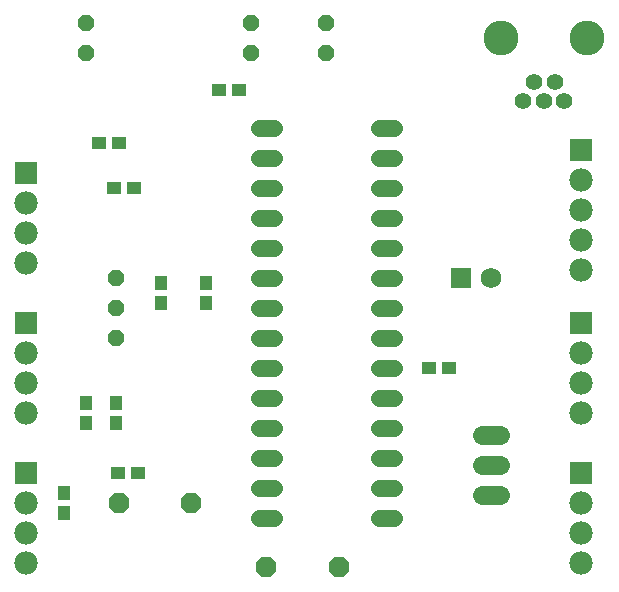
<source format=gts>
G75*
%MOIN*%
%OFA0B0*%
%FSLAX24Y24*%
%IPPOS*%
%LPD*%
%AMOC8*
5,1,8,0,0,1.08239X$1,22.5*
%
%ADD10R,0.0780X0.0780*%
%ADD11C,0.0780*%
%ADD12C,0.0560*%
%ADD13C,0.0555*%
%ADD14C,0.1162*%
%ADD15C,0.0640*%
%ADD16OC8,0.0560*%
%ADD17OC8,0.0560*%
%ADD18OC8,0.0690*%
%ADD19R,0.0473X0.0434*%
%ADD20R,0.0434X0.0473*%
%ADD21R,0.0690X0.0690*%
%ADD22C,0.0690*%
D10*
X000650Y004150D03*
X000650Y009150D03*
X000650Y014150D03*
X019150Y014900D03*
X019150Y009150D03*
X019150Y004150D03*
D11*
X000650Y001150D03*
X000650Y002150D03*
X000650Y003150D03*
X000650Y006150D03*
X000650Y007150D03*
X000650Y008150D03*
X000650Y011150D03*
X000650Y012150D03*
X000650Y013150D03*
X019150Y012900D03*
X019150Y011900D03*
X019150Y010900D03*
X019150Y008150D03*
X019150Y007150D03*
X019150Y006150D03*
X019150Y003150D03*
X019150Y002150D03*
X019150Y001150D03*
X019150Y013900D03*
D12*
X012910Y013650D02*
X012390Y013650D01*
X012390Y012650D02*
X012910Y012650D01*
X012910Y011650D02*
X012390Y011650D01*
X012390Y010650D02*
X012910Y010650D01*
X012910Y009650D02*
X012390Y009650D01*
X012390Y008650D02*
X012910Y008650D01*
X012910Y007650D02*
X012390Y007650D01*
X012390Y006650D02*
X012910Y006650D01*
X012910Y005650D02*
X012390Y005650D01*
X012390Y004650D02*
X012910Y004650D01*
X012910Y003650D02*
X012390Y003650D01*
X012390Y002650D02*
X012910Y002650D01*
X008910Y002650D02*
X008390Y002650D01*
X008390Y003650D02*
X008910Y003650D01*
X008910Y004650D02*
X008390Y004650D01*
X008390Y005650D02*
X008910Y005650D01*
X008910Y006650D02*
X008390Y006650D01*
X008390Y007650D02*
X008910Y007650D01*
X008910Y008650D02*
X008390Y008650D01*
X008390Y009650D02*
X008910Y009650D01*
X008910Y010650D02*
X008390Y010650D01*
X008390Y011650D02*
X008910Y011650D01*
X008910Y012650D02*
X008390Y012650D01*
X008390Y013650D02*
X008910Y013650D01*
X008910Y014650D02*
X008390Y014650D01*
X008390Y015650D02*
X008910Y015650D01*
X012390Y015650D02*
X012910Y015650D01*
X012910Y014650D02*
X012390Y014650D01*
D13*
X017200Y016550D03*
X017570Y017170D03*
X018260Y017170D03*
X018570Y016550D03*
X017900Y016550D03*
D14*
X016463Y018650D03*
X019337Y018650D03*
D15*
X016450Y005400D02*
X015850Y005400D01*
X015850Y004400D02*
X016450Y004400D01*
X016450Y003400D02*
X015850Y003400D01*
D16*
X010650Y018150D03*
X010650Y019150D03*
X008150Y019150D03*
X008150Y018150D03*
X002650Y018150D03*
X002650Y019150D03*
D17*
X003650Y010650D03*
X003650Y009650D03*
X003650Y008650D03*
D18*
X003748Y003150D03*
X006150Y003150D03*
X008650Y001025D03*
X011052Y001025D03*
D19*
X014065Y007650D03*
X014735Y007650D03*
X007735Y016900D03*
X007065Y016900D03*
X003735Y015150D03*
X003065Y015150D03*
X003565Y013650D03*
X004235Y013650D03*
X004360Y004150D03*
X003690Y004150D03*
D20*
X003650Y005815D03*
X003650Y006485D03*
X002650Y006485D03*
X002650Y005815D03*
X001900Y003485D03*
X001900Y002815D03*
X005150Y009815D03*
X005150Y010485D03*
X006650Y010485D03*
X006650Y009815D03*
D21*
X015150Y010650D03*
D22*
X016150Y010650D03*
M02*

</source>
